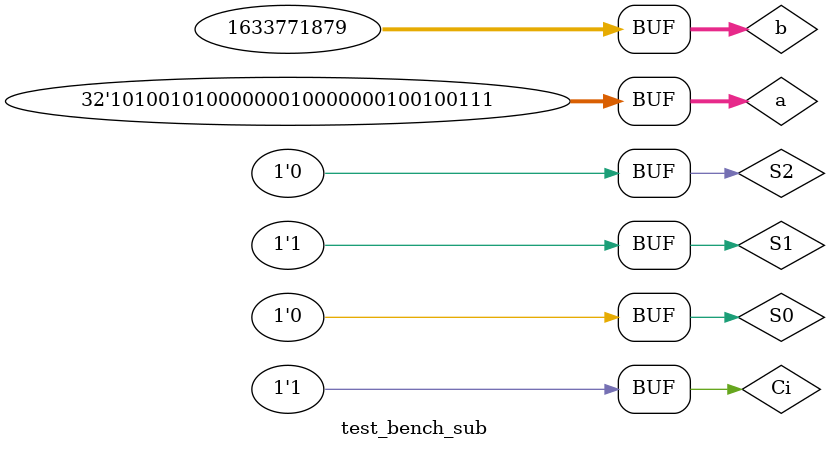
<source format=v>
`define DELAY 20
module test_bench_sub();
reg [31:0]a,b; 
reg S0,S1,S2,Ci;
wire [31:0]F;
wire Co;
alu_32_bit ahmet (a, b,S0,S1,S2,Ci,F,Co);

initial begin
a = 32'b10000001000000010000000100000001; b = 32'b01100001011000010110000101100001; Ci=1'b1;  S0 = 1'b0; S1 = 1'b1; S2 = 1'b0;
#`DELAY;

a = 32'b10000001000000010000000100001111; b = 32'b01100001001000010110000001100001; Ci=1'b1;  S0 = 1'b0; S1 = 1'b1; S2 = 1'b0;
#`DELAY;

a = 32'b10100101000000010000000100000111; b = 32'b01100001011000010110000101100111; Ci=1'b1;  S0 = 1'b0; S1 = 1'b1; S2 = 1'b0;
#`DELAY;

a = 32'b10100101000000010000000100100111; b = 32'b01100001011000010110000101100111; Ci=1'b1;  S0 = 1'b0; S1 = 1'b1; S2 = 1'b0;

end

 
 
initial
begin
$monitor("time = %2d, a =%32b, b=%32b, a-b=%32b, carry_out=%1b",$time,a,b,F,Co);
end
 
endmodule
</source>
